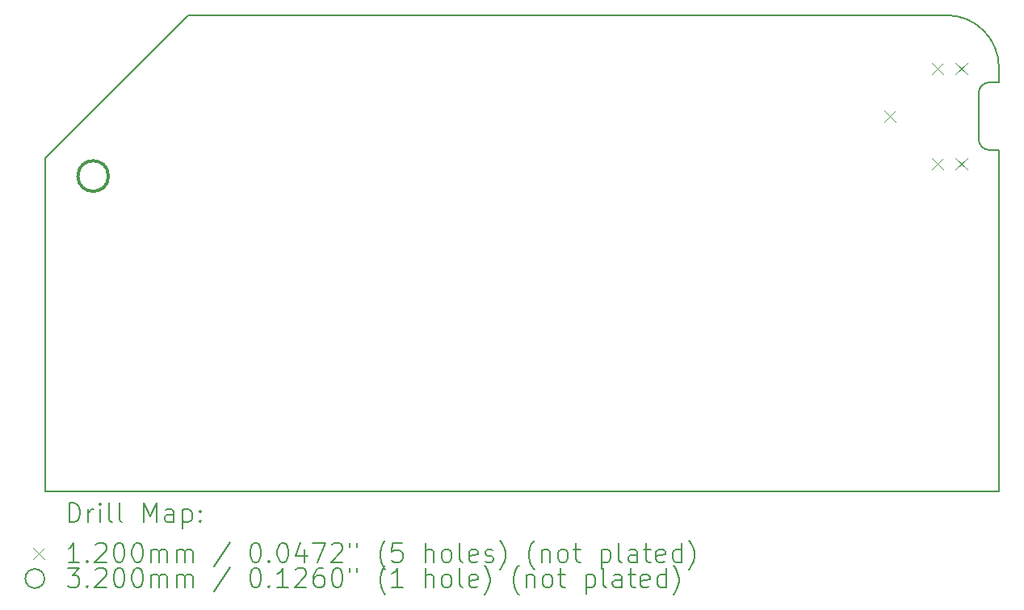
<source format=gbr>
%TF.GenerationSoftware,KiCad,Pcbnew,9.0.1+1*%
%TF.CreationDate,2025-10-01T23:06:09+00:00*%
%TF.ProjectId,rcbus-opl3,72636275-732d-46f7-906c-332e6b696361,@version@*%
%TF.SameCoordinates,Original*%
%TF.FileFunction,Drillmap*%
%TF.FilePolarity,Positive*%
%FSLAX45Y45*%
G04 Gerber Fmt 4.5, Leading zero omitted, Abs format (unit mm)*
G04 Created by KiCad (PCBNEW 9.0.1+1) date 2025-10-01 23:06:09*
%MOMM*%
%LPD*%
G01*
G04 APERTURE LIST*
%ADD10C,0.150000*%
%ADD11C,0.200000*%
%ADD12C,0.120000*%
%ADD13C,0.320000*%
G04 APERTURE END LIST*
D10*
X15836900Y-12268200D02*
X15836900Y-12750800D01*
X16050000Y-12153900D02*
X16050000Y-12000000D01*
X15500000Y-11450000D02*
X7550000Y-11450000D01*
X15500000Y-11450000D02*
G75*
G02*
X16050000Y-12000000I0J-550000D01*
G01*
X16050000Y-12153900D02*
X15951200Y-12153900D01*
X16050000Y-12865100D02*
X15951200Y-12865100D01*
X6050000Y-12950000D02*
X7550000Y-11450000D01*
X6050000Y-12950000D02*
X6050000Y-16450000D01*
X15951200Y-12865100D02*
G75*
G02*
X15836900Y-12750800I0J114300D01*
G01*
X16050000Y-16450000D02*
X16050000Y-12865100D01*
X6050000Y-16450000D02*
X16050000Y-16450000D01*
X15836900Y-12268200D02*
G75*
G02*
X15951200Y-12153900I114300J0D01*
G01*
D11*
D12*
X14846900Y-12449500D02*
X14966900Y-12569500D01*
X14966900Y-12449500D02*
X14846900Y-12569500D01*
X15346900Y-11949500D02*
X15466900Y-12069500D01*
X15466900Y-11949500D02*
X15346900Y-12069500D01*
X15346900Y-12949500D02*
X15466900Y-13069500D01*
X15466900Y-12949500D02*
X15346900Y-13069500D01*
X15596900Y-11949500D02*
X15716900Y-12069500D01*
X15716900Y-11949500D02*
X15596900Y-12069500D01*
X15596900Y-12949500D02*
X15716900Y-13069500D01*
X15716900Y-12949500D02*
X15596900Y-13069500D01*
D13*
X6713200Y-13138200D02*
G75*
G02*
X6393200Y-13138200I-160000J0D01*
G01*
X6393200Y-13138200D02*
G75*
G02*
X6713200Y-13138200I160000J0D01*
G01*
D11*
X6303277Y-16768984D02*
X6303277Y-16568984D01*
X6303277Y-16568984D02*
X6350896Y-16568984D01*
X6350896Y-16568984D02*
X6379467Y-16578508D01*
X6379467Y-16578508D02*
X6398515Y-16597555D01*
X6398515Y-16597555D02*
X6408039Y-16616603D01*
X6408039Y-16616603D02*
X6417562Y-16654698D01*
X6417562Y-16654698D02*
X6417562Y-16683269D01*
X6417562Y-16683269D02*
X6408039Y-16721365D01*
X6408039Y-16721365D02*
X6398515Y-16740412D01*
X6398515Y-16740412D02*
X6379467Y-16759460D01*
X6379467Y-16759460D02*
X6350896Y-16768984D01*
X6350896Y-16768984D02*
X6303277Y-16768984D01*
X6503277Y-16768984D02*
X6503277Y-16635650D01*
X6503277Y-16673746D02*
X6512801Y-16654698D01*
X6512801Y-16654698D02*
X6522324Y-16645174D01*
X6522324Y-16645174D02*
X6541372Y-16635650D01*
X6541372Y-16635650D02*
X6560420Y-16635650D01*
X6627086Y-16768984D02*
X6627086Y-16635650D01*
X6627086Y-16568984D02*
X6617562Y-16578508D01*
X6617562Y-16578508D02*
X6627086Y-16588031D01*
X6627086Y-16588031D02*
X6636610Y-16578508D01*
X6636610Y-16578508D02*
X6627086Y-16568984D01*
X6627086Y-16568984D02*
X6627086Y-16588031D01*
X6750896Y-16768984D02*
X6731848Y-16759460D01*
X6731848Y-16759460D02*
X6722324Y-16740412D01*
X6722324Y-16740412D02*
X6722324Y-16568984D01*
X6855658Y-16768984D02*
X6836610Y-16759460D01*
X6836610Y-16759460D02*
X6827086Y-16740412D01*
X6827086Y-16740412D02*
X6827086Y-16568984D01*
X7084229Y-16768984D02*
X7084229Y-16568984D01*
X7084229Y-16568984D02*
X7150896Y-16711841D01*
X7150896Y-16711841D02*
X7217562Y-16568984D01*
X7217562Y-16568984D02*
X7217562Y-16768984D01*
X7398515Y-16768984D02*
X7398515Y-16664222D01*
X7398515Y-16664222D02*
X7388991Y-16645174D01*
X7388991Y-16645174D02*
X7369943Y-16635650D01*
X7369943Y-16635650D02*
X7331848Y-16635650D01*
X7331848Y-16635650D02*
X7312801Y-16645174D01*
X7398515Y-16759460D02*
X7379467Y-16768984D01*
X7379467Y-16768984D02*
X7331848Y-16768984D01*
X7331848Y-16768984D02*
X7312801Y-16759460D01*
X7312801Y-16759460D02*
X7303277Y-16740412D01*
X7303277Y-16740412D02*
X7303277Y-16721365D01*
X7303277Y-16721365D02*
X7312801Y-16702317D01*
X7312801Y-16702317D02*
X7331848Y-16692793D01*
X7331848Y-16692793D02*
X7379467Y-16692793D01*
X7379467Y-16692793D02*
X7398515Y-16683269D01*
X7493753Y-16635650D02*
X7493753Y-16835650D01*
X7493753Y-16645174D02*
X7512801Y-16635650D01*
X7512801Y-16635650D02*
X7550896Y-16635650D01*
X7550896Y-16635650D02*
X7569943Y-16645174D01*
X7569943Y-16645174D02*
X7579467Y-16654698D01*
X7579467Y-16654698D02*
X7588991Y-16673746D01*
X7588991Y-16673746D02*
X7588991Y-16730888D01*
X7588991Y-16730888D02*
X7579467Y-16749936D01*
X7579467Y-16749936D02*
X7569943Y-16759460D01*
X7569943Y-16759460D02*
X7550896Y-16768984D01*
X7550896Y-16768984D02*
X7512801Y-16768984D01*
X7512801Y-16768984D02*
X7493753Y-16759460D01*
X7674705Y-16749936D02*
X7684229Y-16759460D01*
X7684229Y-16759460D02*
X7674705Y-16768984D01*
X7674705Y-16768984D02*
X7665182Y-16759460D01*
X7665182Y-16759460D02*
X7674705Y-16749936D01*
X7674705Y-16749936D02*
X7674705Y-16768984D01*
X7674705Y-16645174D02*
X7684229Y-16654698D01*
X7684229Y-16654698D02*
X7674705Y-16664222D01*
X7674705Y-16664222D02*
X7665182Y-16654698D01*
X7665182Y-16654698D02*
X7674705Y-16645174D01*
X7674705Y-16645174D02*
X7674705Y-16664222D01*
D12*
X5922500Y-17037500D02*
X6042500Y-17157500D01*
X6042500Y-17037500D02*
X5922500Y-17157500D01*
D11*
X6408039Y-17188984D02*
X6293753Y-17188984D01*
X6350896Y-17188984D02*
X6350896Y-16988984D01*
X6350896Y-16988984D02*
X6331848Y-17017555D01*
X6331848Y-17017555D02*
X6312801Y-17036603D01*
X6312801Y-17036603D02*
X6293753Y-17046127D01*
X6493753Y-17169936D02*
X6503277Y-17179460D01*
X6503277Y-17179460D02*
X6493753Y-17188984D01*
X6493753Y-17188984D02*
X6484229Y-17179460D01*
X6484229Y-17179460D02*
X6493753Y-17169936D01*
X6493753Y-17169936D02*
X6493753Y-17188984D01*
X6579467Y-17008031D02*
X6588991Y-16998508D01*
X6588991Y-16998508D02*
X6608039Y-16988984D01*
X6608039Y-16988984D02*
X6655658Y-16988984D01*
X6655658Y-16988984D02*
X6674705Y-16998508D01*
X6674705Y-16998508D02*
X6684229Y-17008031D01*
X6684229Y-17008031D02*
X6693753Y-17027079D01*
X6693753Y-17027079D02*
X6693753Y-17046127D01*
X6693753Y-17046127D02*
X6684229Y-17074698D01*
X6684229Y-17074698D02*
X6569943Y-17188984D01*
X6569943Y-17188984D02*
X6693753Y-17188984D01*
X6817562Y-16988984D02*
X6836610Y-16988984D01*
X6836610Y-16988984D02*
X6855658Y-16998508D01*
X6855658Y-16998508D02*
X6865182Y-17008031D01*
X6865182Y-17008031D02*
X6874705Y-17027079D01*
X6874705Y-17027079D02*
X6884229Y-17065174D01*
X6884229Y-17065174D02*
X6884229Y-17112793D01*
X6884229Y-17112793D02*
X6874705Y-17150889D01*
X6874705Y-17150889D02*
X6865182Y-17169936D01*
X6865182Y-17169936D02*
X6855658Y-17179460D01*
X6855658Y-17179460D02*
X6836610Y-17188984D01*
X6836610Y-17188984D02*
X6817562Y-17188984D01*
X6817562Y-17188984D02*
X6798515Y-17179460D01*
X6798515Y-17179460D02*
X6788991Y-17169936D01*
X6788991Y-17169936D02*
X6779467Y-17150889D01*
X6779467Y-17150889D02*
X6769943Y-17112793D01*
X6769943Y-17112793D02*
X6769943Y-17065174D01*
X6769943Y-17065174D02*
X6779467Y-17027079D01*
X6779467Y-17027079D02*
X6788991Y-17008031D01*
X6788991Y-17008031D02*
X6798515Y-16998508D01*
X6798515Y-16998508D02*
X6817562Y-16988984D01*
X7008039Y-16988984D02*
X7027086Y-16988984D01*
X7027086Y-16988984D02*
X7046134Y-16998508D01*
X7046134Y-16998508D02*
X7055658Y-17008031D01*
X7055658Y-17008031D02*
X7065182Y-17027079D01*
X7065182Y-17027079D02*
X7074705Y-17065174D01*
X7074705Y-17065174D02*
X7074705Y-17112793D01*
X7074705Y-17112793D02*
X7065182Y-17150889D01*
X7065182Y-17150889D02*
X7055658Y-17169936D01*
X7055658Y-17169936D02*
X7046134Y-17179460D01*
X7046134Y-17179460D02*
X7027086Y-17188984D01*
X7027086Y-17188984D02*
X7008039Y-17188984D01*
X7008039Y-17188984D02*
X6988991Y-17179460D01*
X6988991Y-17179460D02*
X6979467Y-17169936D01*
X6979467Y-17169936D02*
X6969943Y-17150889D01*
X6969943Y-17150889D02*
X6960420Y-17112793D01*
X6960420Y-17112793D02*
X6960420Y-17065174D01*
X6960420Y-17065174D02*
X6969943Y-17027079D01*
X6969943Y-17027079D02*
X6979467Y-17008031D01*
X6979467Y-17008031D02*
X6988991Y-16998508D01*
X6988991Y-16998508D02*
X7008039Y-16988984D01*
X7160420Y-17188984D02*
X7160420Y-17055650D01*
X7160420Y-17074698D02*
X7169943Y-17065174D01*
X7169943Y-17065174D02*
X7188991Y-17055650D01*
X7188991Y-17055650D02*
X7217563Y-17055650D01*
X7217563Y-17055650D02*
X7236610Y-17065174D01*
X7236610Y-17065174D02*
X7246134Y-17084222D01*
X7246134Y-17084222D02*
X7246134Y-17188984D01*
X7246134Y-17084222D02*
X7255658Y-17065174D01*
X7255658Y-17065174D02*
X7274705Y-17055650D01*
X7274705Y-17055650D02*
X7303277Y-17055650D01*
X7303277Y-17055650D02*
X7322324Y-17065174D01*
X7322324Y-17065174D02*
X7331848Y-17084222D01*
X7331848Y-17084222D02*
X7331848Y-17188984D01*
X7427086Y-17188984D02*
X7427086Y-17055650D01*
X7427086Y-17074698D02*
X7436610Y-17065174D01*
X7436610Y-17065174D02*
X7455658Y-17055650D01*
X7455658Y-17055650D02*
X7484229Y-17055650D01*
X7484229Y-17055650D02*
X7503277Y-17065174D01*
X7503277Y-17065174D02*
X7512801Y-17084222D01*
X7512801Y-17084222D02*
X7512801Y-17188984D01*
X7512801Y-17084222D02*
X7522324Y-17065174D01*
X7522324Y-17065174D02*
X7541372Y-17055650D01*
X7541372Y-17055650D02*
X7569943Y-17055650D01*
X7569943Y-17055650D02*
X7588991Y-17065174D01*
X7588991Y-17065174D02*
X7598515Y-17084222D01*
X7598515Y-17084222D02*
X7598515Y-17188984D01*
X7988991Y-16979460D02*
X7817563Y-17236603D01*
X8246134Y-16988984D02*
X8265182Y-16988984D01*
X8265182Y-16988984D02*
X8284229Y-16998508D01*
X8284229Y-16998508D02*
X8293753Y-17008031D01*
X8293753Y-17008031D02*
X8303277Y-17027079D01*
X8303277Y-17027079D02*
X8312801Y-17065174D01*
X8312801Y-17065174D02*
X8312801Y-17112793D01*
X8312801Y-17112793D02*
X8303277Y-17150889D01*
X8303277Y-17150889D02*
X8293753Y-17169936D01*
X8293753Y-17169936D02*
X8284229Y-17179460D01*
X8284229Y-17179460D02*
X8265182Y-17188984D01*
X8265182Y-17188984D02*
X8246134Y-17188984D01*
X8246134Y-17188984D02*
X8227086Y-17179460D01*
X8227086Y-17179460D02*
X8217563Y-17169936D01*
X8217563Y-17169936D02*
X8208039Y-17150889D01*
X8208039Y-17150889D02*
X8198515Y-17112793D01*
X8198515Y-17112793D02*
X8198515Y-17065174D01*
X8198515Y-17065174D02*
X8208039Y-17027079D01*
X8208039Y-17027079D02*
X8217563Y-17008031D01*
X8217563Y-17008031D02*
X8227086Y-16998508D01*
X8227086Y-16998508D02*
X8246134Y-16988984D01*
X8398515Y-17169936D02*
X8408039Y-17179460D01*
X8408039Y-17179460D02*
X8398515Y-17188984D01*
X8398515Y-17188984D02*
X8388991Y-17179460D01*
X8388991Y-17179460D02*
X8398515Y-17169936D01*
X8398515Y-17169936D02*
X8398515Y-17188984D01*
X8531848Y-16988984D02*
X8550896Y-16988984D01*
X8550896Y-16988984D02*
X8569944Y-16998508D01*
X8569944Y-16998508D02*
X8579468Y-17008031D01*
X8579468Y-17008031D02*
X8588991Y-17027079D01*
X8588991Y-17027079D02*
X8598515Y-17065174D01*
X8598515Y-17065174D02*
X8598515Y-17112793D01*
X8598515Y-17112793D02*
X8588991Y-17150889D01*
X8588991Y-17150889D02*
X8579468Y-17169936D01*
X8579468Y-17169936D02*
X8569944Y-17179460D01*
X8569944Y-17179460D02*
X8550896Y-17188984D01*
X8550896Y-17188984D02*
X8531848Y-17188984D01*
X8531848Y-17188984D02*
X8512801Y-17179460D01*
X8512801Y-17179460D02*
X8503277Y-17169936D01*
X8503277Y-17169936D02*
X8493753Y-17150889D01*
X8493753Y-17150889D02*
X8484229Y-17112793D01*
X8484229Y-17112793D02*
X8484229Y-17065174D01*
X8484229Y-17065174D02*
X8493753Y-17027079D01*
X8493753Y-17027079D02*
X8503277Y-17008031D01*
X8503277Y-17008031D02*
X8512801Y-16998508D01*
X8512801Y-16998508D02*
X8531848Y-16988984D01*
X8769944Y-17055650D02*
X8769944Y-17188984D01*
X8722325Y-16979460D02*
X8674706Y-17122317D01*
X8674706Y-17122317D02*
X8798515Y-17122317D01*
X8855658Y-16988984D02*
X8988991Y-16988984D01*
X8988991Y-16988984D02*
X8903277Y-17188984D01*
X9055658Y-17008031D02*
X9065182Y-16998508D01*
X9065182Y-16998508D02*
X9084229Y-16988984D01*
X9084229Y-16988984D02*
X9131849Y-16988984D01*
X9131849Y-16988984D02*
X9150896Y-16998508D01*
X9150896Y-16998508D02*
X9160420Y-17008031D01*
X9160420Y-17008031D02*
X9169944Y-17027079D01*
X9169944Y-17027079D02*
X9169944Y-17046127D01*
X9169944Y-17046127D02*
X9160420Y-17074698D01*
X9160420Y-17074698D02*
X9046134Y-17188984D01*
X9046134Y-17188984D02*
X9169944Y-17188984D01*
X9246134Y-16988984D02*
X9246134Y-17027079D01*
X9322325Y-16988984D02*
X9322325Y-17027079D01*
X9617563Y-17265174D02*
X9608039Y-17255650D01*
X9608039Y-17255650D02*
X9588991Y-17227079D01*
X9588991Y-17227079D02*
X9579468Y-17208031D01*
X9579468Y-17208031D02*
X9569944Y-17179460D01*
X9569944Y-17179460D02*
X9560420Y-17131841D01*
X9560420Y-17131841D02*
X9560420Y-17093746D01*
X9560420Y-17093746D02*
X9569944Y-17046127D01*
X9569944Y-17046127D02*
X9579468Y-17017555D01*
X9579468Y-17017555D02*
X9588991Y-16998508D01*
X9588991Y-16998508D02*
X9608039Y-16969936D01*
X9608039Y-16969936D02*
X9617563Y-16960412D01*
X9788991Y-16988984D02*
X9693753Y-16988984D01*
X9693753Y-16988984D02*
X9684230Y-17084222D01*
X9684230Y-17084222D02*
X9693753Y-17074698D01*
X9693753Y-17074698D02*
X9712801Y-17065174D01*
X9712801Y-17065174D02*
X9760420Y-17065174D01*
X9760420Y-17065174D02*
X9779468Y-17074698D01*
X9779468Y-17074698D02*
X9788991Y-17084222D01*
X9788991Y-17084222D02*
X9798515Y-17103270D01*
X9798515Y-17103270D02*
X9798515Y-17150889D01*
X9798515Y-17150889D02*
X9788991Y-17169936D01*
X9788991Y-17169936D02*
X9779468Y-17179460D01*
X9779468Y-17179460D02*
X9760420Y-17188984D01*
X9760420Y-17188984D02*
X9712801Y-17188984D01*
X9712801Y-17188984D02*
X9693753Y-17179460D01*
X9693753Y-17179460D02*
X9684230Y-17169936D01*
X10036611Y-17188984D02*
X10036611Y-16988984D01*
X10122325Y-17188984D02*
X10122325Y-17084222D01*
X10122325Y-17084222D02*
X10112801Y-17065174D01*
X10112801Y-17065174D02*
X10093753Y-17055650D01*
X10093753Y-17055650D02*
X10065182Y-17055650D01*
X10065182Y-17055650D02*
X10046134Y-17065174D01*
X10046134Y-17065174D02*
X10036611Y-17074698D01*
X10246134Y-17188984D02*
X10227087Y-17179460D01*
X10227087Y-17179460D02*
X10217563Y-17169936D01*
X10217563Y-17169936D02*
X10208039Y-17150889D01*
X10208039Y-17150889D02*
X10208039Y-17093746D01*
X10208039Y-17093746D02*
X10217563Y-17074698D01*
X10217563Y-17074698D02*
X10227087Y-17065174D01*
X10227087Y-17065174D02*
X10246134Y-17055650D01*
X10246134Y-17055650D02*
X10274706Y-17055650D01*
X10274706Y-17055650D02*
X10293753Y-17065174D01*
X10293753Y-17065174D02*
X10303277Y-17074698D01*
X10303277Y-17074698D02*
X10312801Y-17093746D01*
X10312801Y-17093746D02*
X10312801Y-17150889D01*
X10312801Y-17150889D02*
X10303277Y-17169936D01*
X10303277Y-17169936D02*
X10293753Y-17179460D01*
X10293753Y-17179460D02*
X10274706Y-17188984D01*
X10274706Y-17188984D02*
X10246134Y-17188984D01*
X10427087Y-17188984D02*
X10408039Y-17179460D01*
X10408039Y-17179460D02*
X10398515Y-17160412D01*
X10398515Y-17160412D02*
X10398515Y-16988984D01*
X10579468Y-17179460D02*
X10560420Y-17188984D01*
X10560420Y-17188984D02*
X10522325Y-17188984D01*
X10522325Y-17188984D02*
X10503277Y-17179460D01*
X10503277Y-17179460D02*
X10493753Y-17160412D01*
X10493753Y-17160412D02*
X10493753Y-17084222D01*
X10493753Y-17084222D02*
X10503277Y-17065174D01*
X10503277Y-17065174D02*
X10522325Y-17055650D01*
X10522325Y-17055650D02*
X10560420Y-17055650D01*
X10560420Y-17055650D02*
X10579468Y-17065174D01*
X10579468Y-17065174D02*
X10588992Y-17084222D01*
X10588992Y-17084222D02*
X10588992Y-17103270D01*
X10588992Y-17103270D02*
X10493753Y-17122317D01*
X10665182Y-17179460D02*
X10684230Y-17188984D01*
X10684230Y-17188984D02*
X10722325Y-17188984D01*
X10722325Y-17188984D02*
X10741373Y-17179460D01*
X10741373Y-17179460D02*
X10750896Y-17160412D01*
X10750896Y-17160412D02*
X10750896Y-17150889D01*
X10750896Y-17150889D02*
X10741373Y-17131841D01*
X10741373Y-17131841D02*
X10722325Y-17122317D01*
X10722325Y-17122317D02*
X10693753Y-17122317D01*
X10693753Y-17122317D02*
X10674706Y-17112793D01*
X10674706Y-17112793D02*
X10665182Y-17093746D01*
X10665182Y-17093746D02*
X10665182Y-17084222D01*
X10665182Y-17084222D02*
X10674706Y-17065174D01*
X10674706Y-17065174D02*
X10693753Y-17055650D01*
X10693753Y-17055650D02*
X10722325Y-17055650D01*
X10722325Y-17055650D02*
X10741373Y-17065174D01*
X10817563Y-17265174D02*
X10827087Y-17255650D01*
X10827087Y-17255650D02*
X10846134Y-17227079D01*
X10846134Y-17227079D02*
X10855658Y-17208031D01*
X10855658Y-17208031D02*
X10865182Y-17179460D01*
X10865182Y-17179460D02*
X10874706Y-17131841D01*
X10874706Y-17131841D02*
X10874706Y-17093746D01*
X10874706Y-17093746D02*
X10865182Y-17046127D01*
X10865182Y-17046127D02*
X10855658Y-17017555D01*
X10855658Y-17017555D02*
X10846134Y-16998508D01*
X10846134Y-16998508D02*
X10827087Y-16969936D01*
X10827087Y-16969936D02*
X10817563Y-16960412D01*
X11179468Y-17265174D02*
X11169944Y-17255650D01*
X11169944Y-17255650D02*
X11150896Y-17227079D01*
X11150896Y-17227079D02*
X11141373Y-17208031D01*
X11141373Y-17208031D02*
X11131849Y-17179460D01*
X11131849Y-17179460D02*
X11122325Y-17131841D01*
X11122325Y-17131841D02*
X11122325Y-17093746D01*
X11122325Y-17093746D02*
X11131849Y-17046127D01*
X11131849Y-17046127D02*
X11141373Y-17017555D01*
X11141373Y-17017555D02*
X11150896Y-16998508D01*
X11150896Y-16998508D02*
X11169944Y-16969936D01*
X11169944Y-16969936D02*
X11179468Y-16960412D01*
X11255658Y-17055650D02*
X11255658Y-17188984D01*
X11255658Y-17074698D02*
X11265182Y-17065174D01*
X11265182Y-17065174D02*
X11284230Y-17055650D01*
X11284230Y-17055650D02*
X11312801Y-17055650D01*
X11312801Y-17055650D02*
X11331849Y-17065174D01*
X11331849Y-17065174D02*
X11341372Y-17084222D01*
X11341372Y-17084222D02*
X11341372Y-17188984D01*
X11465182Y-17188984D02*
X11446134Y-17179460D01*
X11446134Y-17179460D02*
X11436611Y-17169936D01*
X11436611Y-17169936D02*
X11427087Y-17150889D01*
X11427087Y-17150889D02*
X11427087Y-17093746D01*
X11427087Y-17093746D02*
X11436611Y-17074698D01*
X11436611Y-17074698D02*
X11446134Y-17065174D01*
X11446134Y-17065174D02*
X11465182Y-17055650D01*
X11465182Y-17055650D02*
X11493753Y-17055650D01*
X11493753Y-17055650D02*
X11512801Y-17065174D01*
X11512801Y-17065174D02*
X11522325Y-17074698D01*
X11522325Y-17074698D02*
X11531849Y-17093746D01*
X11531849Y-17093746D02*
X11531849Y-17150889D01*
X11531849Y-17150889D02*
X11522325Y-17169936D01*
X11522325Y-17169936D02*
X11512801Y-17179460D01*
X11512801Y-17179460D02*
X11493753Y-17188984D01*
X11493753Y-17188984D02*
X11465182Y-17188984D01*
X11588992Y-17055650D02*
X11665182Y-17055650D01*
X11617563Y-16988984D02*
X11617563Y-17160412D01*
X11617563Y-17160412D02*
X11627087Y-17179460D01*
X11627087Y-17179460D02*
X11646134Y-17188984D01*
X11646134Y-17188984D02*
X11665182Y-17188984D01*
X11884230Y-17055650D02*
X11884230Y-17255650D01*
X11884230Y-17065174D02*
X11903277Y-17055650D01*
X11903277Y-17055650D02*
X11941373Y-17055650D01*
X11941373Y-17055650D02*
X11960420Y-17065174D01*
X11960420Y-17065174D02*
X11969944Y-17074698D01*
X11969944Y-17074698D02*
X11979468Y-17093746D01*
X11979468Y-17093746D02*
X11979468Y-17150889D01*
X11979468Y-17150889D02*
X11969944Y-17169936D01*
X11969944Y-17169936D02*
X11960420Y-17179460D01*
X11960420Y-17179460D02*
X11941373Y-17188984D01*
X11941373Y-17188984D02*
X11903277Y-17188984D01*
X11903277Y-17188984D02*
X11884230Y-17179460D01*
X12093753Y-17188984D02*
X12074706Y-17179460D01*
X12074706Y-17179460D02*
X12065182Y-17160412D01*
X12065182Y-17160412D02*
X12065182Y-16988984D01*
X12255658Y-17188984D02*
X12255658Y-17084222D01*
X12255658Y-17084222D02*
X12246134Y-17065174D01*
X12246134Y-17065174D02*
X12227087Y-17055650D01*
X12227087Y-17055650D02*
X12188992Y-17055650D01*
X12188992Y-17055650D02*
X12169944Y-17065174D01*
X12255658Y-17179460D02*
X12236611Y-17188984D01*
X12236611Y-17188984D02*
X12188992Y-17188984D01*
X12188992Y-17188984D02*
X12169944Y-17179460D01*
X12169944Y-17179460D02*
X12160420Y-17160412D01*
X12160420Y-17160412D02*
X12160420Y-17141365D01*
X12160420Y-17141365D02*
X12169944Y-17122317D01*
X12169944Y-17122317D02*
X12188992Y-17112793D01*
X12188992Y-17112793D02*
X12236611Y-17112793D01*
X12236611Y-17112793D02*
X12255658Y-17103270D01*
X12322325Y-17055650D02*
X12398515Y-17055650D01*
X12350896Y-16988984D02*
X12350896Y-17160412D01*
X12350896Y-17160412D02*
X12360420Y-17179460D01*
X12360420Y-17179460D02*
X12379468Y-17188984D01*
X12379468Y-17188984D02*
X12398515Y-17188984D01*
X12541373Y-17179460D02*
X12522325Y-17188984D01*
X12522325Y-17188984D02*
X12484230Y-17188984D01*
X12484230Y-17188984D02*
X12465182Y-17179460D01*
X12465182Y-17179460D02*
X12455658Y-17160412D01*
X12455658Y-17160412D02*
X12455658Y-17084222D01*
X12455658Y-17084222D02*
X12465182Y-17065174D01*
X12465182Y-17065174D02*
X12484230Y-17055650D01*
X12484230Y-17055650D02*
X12522325Y-17055650D01*
X12522325Y-17055650D02*
X12541373Y-17065174D01*
X12541373Y-17065174D02*
X12550896Y-17084222D01*
X12550896Y-17084222D02*
X12550896Y-17103270D01*
X12550896Y-17103270D02*
X12455658Y-17122317D01*
X12722325Y-17188984D02*
X12722325Y-16988984D01*
X12722325Y-17179460D02*
X12703277Y-17188984D01*
X12703277Y-17188984D02*
X12665182Y-17188984D01*
X12665182Y-17188984D02*
X12646134Y-17179460D01*
X12646134Y-17179460D02*
X12636611Y-17169936D01*
X12636611Y-17169936D02*
X12627087Y-17150889D01*
X12627087Y-17150889D02*
X12627087Y-17093746D01*
X12627087Y-17093746D02*
X12636611Y-17074698D01*
X12636611Y-17074698D02*
X12646134Y-17065174D01*
X12646134Y-17065174D02*
X12665182Y-17055650D01*
X12665182Y-17055650D02*
X12703277Y-17055650D01*
X12703277Y-17055650D02*
X12722325Y-17065174D01*
X12798515Y-17265174D02*
X12808039Y-17255650D01*
X12808039Y-17255650D02*
X12827087Y-17227079D01*
X12827087Y-17227079D02*
X12836611Y-17208031D01*
X12836611Y-17208031D02*
X12846134Y-17179460D01*
X12846134Y-17179460D02*
X12855658Y-17131841D01*
X12855658Y-17131841D02*
X12855658Y-17093746D01*
X12855658Y-17093746D02*
X12846134Y-17046127D01*
X12846134Y-17046127D02*
X12836611Y-17017555D01*
X12836611Y-17017555D02*
X12827087Y-16998508D01*
X12827087Y-16998508D02*
X12808039Y-16969936D01*
X12808039Y-16969936D02*
X12798515Y-16960412D01*
X6042500Y-17361500D02*
G75*
G02*
X5842500Y-17361500I-100000J0D01*
G01*
X5842500Y-17361500D02*
G75*
G02*
X6042500Y-17361500I100000J0D01*
G01*
X6284229Y-17252984D02*
X6408039Y-17252984D01*
X6408039Y-17252984D02*
X6341372Y-17329174D01*
X6341372Y-17329174D02*
X6369943Y-17329174D01*
X6369943Y-17329174D02*
X6388991Y-17338698D01*
X6388991Y-17338698D02*
X6398515Y-17348222D01*
X6398515Y-17348222D02*
X6408039Y-17367270D01*
X6408039Y-17367270D02*
X6408039Y-17414889D01*
X6408039Y-17414889D02*
X6398515Y-17433936D01*
X6398515Y-17433936D02*
X6388991Y-17443460D01*
X6388991Y-17443460D02*
X6369943Y-17452984D01*
X6369943Y-17452984D02*
X6312801Y-17452984D01*
X6312801Y-17452984D02*
X6293753Y-17443460D01*
X6293753Y-17443460D02*
X6284229Y-17433936D01*
X6493753Y-17433936D02*
X6503277Y-17443460D01*
X6503277Y-17443460D02*
X6493753Y-17452984D01*
X6493753Y-17452984D02*
X6484229Y-17443460D01*
X6484229Y-17443460D02*
X6493753Y-17433936D01*
X6493753Y-17433936D02*
X6493753Y-17452984D01*
X6579467Y-17272031D02*
X6588991Y-17262508D01*
X6588991Y-17262508D02*
X6608039Y-17252984D01*
X6608039Y-17252984D02*
X6655658Y-17252984D01*
X6655658Y-17252984D02*
X6674705Y-17262508D01*
X6674705Y-17262508D02*
X6684229Y-17272031D01*
X6684229Y-17272031D02*
X6693753Y-17291079D01*
X6693753Y-17291079D02*
X6693753Y-17310127D01*
X6693753Y-17310127D02*
X6684229Y-17338698D01*
X6684229Y-17338698D02*
X6569943Y-17452984D01*
X6569943Y-17452984D02*
X6693753Y-17452984D01*
X6817562Y-17252984D02*
X6836610Y-17252984D01*
X6836610Y-17252984D02*
X6855658Y-17262508D01*
X6855658Y-17262508D02*
X6865182Y-17272031D01*
X6865182Y-17272031D02*
X6874705Y-17291079D01*
X6874705Y-17291079D02*
X6884229Y-17329174D01*
X6884229Y-17329174D02*
X6884229Y-17376793D01*
X6884229Y-17376793D02*
X6874705Y-17414889D01*
X6874705Y-17414889D02*
X6865182Y-17433936D01*
X6865182Y-17433936D02*
X6855658Y-17443460D01*
X6855658Y-17443460D02*
X6836610Y-17452984D01*
X6836610Y-17452984D02*
X6817562Y-17452984D01*
X6817562Y-17452984D02*
X6798515Y-17443460D01*
X6798515Y-17443460D02*
X6788991Y-17433936D01*
X6788991Y-17433936D02*
X6779467Y-17414889D01*
X6779467Y-17414889D02*
X6769943Y-17376793D01*
X6769943Y-17376793D02*
X6769943Y-17329174D01*
X6769943Y-17329174D02*
X6779467Y-17291079D01*
X6779467Y-17291079D02*
X6788991Y-17272031D01*
X6788991Y-17272031D02*
X6798515Y-17262508D01*
X6798515Y-17262508D02*
X6817562Y-17252984D01*
X7008039Y-17252984D02*
X7027086Y-17252984D01*
X7027086Y-17252984D02*
X7046134Y-17262508D01*
X7046134Y-17262508D02*
X7055658Y-17272031D01*
X7055658Y-17272031D02*
X7065182Y-17291079D01*
X7065182Y-17291079D02*
X7074705Y-17329174D01*
X7074705Y-17329174D02*
X7074705Y-17376793D01*
X7074705Y-17376793D02*
X7065182Y-17414889D01*
X7065182Y-17414889D02*
X7055658Y-17433936D01*
X7055658Y-17433936D02*
X7046134Y-17443460D01*
X7046134Y-17443460D02*
X7027086Y-17452984D01*
X7027086Y-17452984D02*
X7008039Y-17452984D01*
X7008039Y-17452984D02*
X6988991Y-17443460D01*
X6988991Y-17443460D02*
X6979467Y-17433936D01*
X6979467Y-17433936D02*
X6969943Y-17414889D01*
X6969943Y-17414889D02*
X6960420Y-17376793D01*
X6960420Y-17376793D02*
X6960420Y-17329174D01*
X6960420Y-17329174D02*
X6969943Y-17291079D01*
X6969943Y-17291079D02*
X6979467Y-17272031D01*
X6979467Y-17272031D02*
X6988991Y-17262508D01*
X6988991Y-17262508D02*
X7008039Y-17252984D01*
X7160420Y-17452984D02*
X7160420Y-17319650D01*
X7160420Y-17338698D02*
X7169943Y-17329174D01*
X7169943Y-17329174D02*
X7188991Y-17319650D01*
X7188991Y-17319650D02*
X7217563Y-17319650D01*
X7217563Y-17319650D02*
X7236610Y-17329174D01*
X7236610Y-17329174D02*
X7246134Y-17348222D01*
X7246134Y-17348222D02*
X7246134Y-17452984D01*
X7246134Y-17348222D02*
X7255658Y-17329174D01*
X7255658Y-17329174D02*
X7274705Y-17319650D01*
X7274705Y-17319650D02*
X7303277Y-17319650D01*
X7303277Y-17319650D02*
X7322324Y-17329174D01*
X7322324Y-17329174D02*
X7331848Y-17348222D01*
X7331848Y-17348222D02*
X7331848Y-17452984D01*
X7427086Y-17452984D02*
X7427086Y-17319650D01*
X7427086Y-17338698D02*
X7436610Y-17329174D01*
X7436610Y-17329174D02*
X7455658Y-17319650D01*
X7455658Y-17319650D02*
X7484229Y-17319650D01*
X7484229Y-17319650D02*
X7503277Y-17329174D01*
X7503277Y-17329174D02*
X7512801Y-17348222D01*
X7512801Y-17348222D02*
X7512801Y-17452984D01*
X7512801Y-17348222D02*
X7522324Y-17329174D01*
X7522324Y-17329174D02*
X7541372Y-17319650D01*
X7541372Y-17319650D02*
X7569943Y-17319650D01*
X7569943Y-17319650D02*
X7588991Y-17329174D01*
X7588991Y-17329174D02*
X7598515Y-17348222D01*
X7598515Y-17348222D02*
X7598515Y-17452984D01*
X7988991Y-17243460D02*
X7817563Y-17500603D01*
X8246134Y-17252984D02*
X8265182Y-17252984D01*
X8265182Y-17252984D02*
X8284229Y-17262508D01*
X8284229Y-17262508D02*
X8293753Y-17272031D01*
X8293753Y-17272031D02*
X8303277Y-17291079D01*
X8303277Y-17291079D02*
X8312801Y-17329174D01*
X8312801Y-17329174D02*
X8312801Y-17376793D01*
X8312801Y-17376793D02*
X8303277Y-17414889D01*
X8303277Y-17414889D02*
X8293753Y-17433936D01*
X8293753Y-17433936D02*
X8284229Y-17443460D01*
X8284229Y-17443460D02*
X8265182Y-17452984D01*
X8265182Y-17452984D02*
X8246134Y-17452984D01*
X8246134Y-17452984D02*
X8227086Y-17443460D01*
X8227086Y-17443460D02*
X8217563Y-17433936D01*
X8217563Y-17433936D02*
X8208039Y-17414889D01*
X8208039Y-17414889D02*
X8198515Y-17376793D01*
X8198515Y-17376793D02*
X8198515Y-17329174D01*
X8198515Y-17329174D02*
X8208039Y-17291079D01*
X8208039Y-17291079D02*
X8217563Y-17272031D01*
X8217563Y-17272031D02*
X8227086Y-17262508D01*
X8227086Y-17262508D02*
X8246134Y-17252984D01*
X8398515Y-17433936D02*
X8408039Y-17443460D01*
X8408039Y-17443460D02*
X8398515Y-17452984D01*
X8398515Y-17452984D02*
X8388991Y-17443460D01*
X8388991Y-17443460D02*
X8398515Y-17433936D01*
X8398515Y-17433936D02*
X8398515Y-17452984D01*
X8598515Y-17452984D02*
X8484229Y-17452984D01*
X8541372Y-17452984D02*
X8541372Y-17252984D01*
X8541372Y-17252984D02*
X8522325Y-17281555D01*
X8522325Y-17281555D02*
X8503277Y-17300603D01*
X8503277Y-17300603D02*
X8484229Y-17310127D01*
X8674706Y-17272031D02*
X8684229Y-17262508D01*
X8684229Y-17262508D02*
X8703277Y-17252984D01*
X8703277Y-17252984D02*
X8750896Y-17252984D01*
X8750896Y-17252984D02*
X8769944Y-17262508D01*
X8769944Y-17262508D02*
X8779468Y-17272031D01*
X8779468Y-17272031D02*
X8788991Y-17291079D01*
X8788991Y-17291079D02*
X8788991Y-17310127D01*
X8788991Y-17310127D02*
X8779468Y-17338698D01*
X8779468Y-17338698D02*
X8665182Y-17452984D01*
X8665182Y-17452984D02*
X8788991Y-17452984D01*
X8960420Y-17252984D02*
X8922325Y-17252984D01*
X8922325Y-17252984D02*
X8903277Y-17262508D01*
X8903277Y-17262508D02*
X8893753Y-17272031D01*
X8893753Y-17272031D02*
X8874706Y-17300603D01*
X8874706Y-17300603D02*
X8865182Y-17338698D01*
X8865182Y-17338698D02*
X8865182Y-17414889D01*
X8865182Y-17414889D02*
X8874706Y-17433936D01*
X8874706Y-17433936D02*
X8884229Y-17443460D01*
X8884229Y-17443460D02*
X8903277Y-17452984D01*
X8903277Y-17452984D02*
X8941372Y-17452984D01*
X8941372Y-17452984D02*
X8960420Y-17443460D01*
X8960420Y-17443460D02*
X8969944Y-17433936D01*
X8969944Y-17433936D02*
X8979468Y-17414889D01*
X8979468Y-17414889D02*
X8979468Y-17367270D01*
X8979468Y-17367270D02*
X8969944Y-17348222D01*
X8969944Y-17348222D02*
X8960420Y-17338698D01*
X8960420Y-17338698D02*
X8941372Y-17329174D01*
X8941372Y-17329174D02*
X8903277Y-17329174D01*
X8903277Y-17329174D02*
X8884229Y-17338698D01*
X8884229Y-17338698D02*
X8874706Y-17348222D01*
X8874706Y-17348222D02*
X8865182Y-17367270D01*
X9103277Y-17252984D02*
X9122325Y-17252984D01*
X9122325Y-17252984D02*
X9141372Y-17262508D01*
X9141372Y-17262508D02*
X9150896Y-17272031D01*
X9150896Y-17272031D02*
X9160420Y-17291079D01*
X9160420Y-17291079D02*
X9169944Y-17329174D01*
X9169944Y-17329174D02*
X9169944Y-17376793D01*
X9169944Y-17376793D02*
X9160420Y-17414889D01*
X9160420Y-17414889D02*
X9150896Y-17433936D01*
X9150896Y-17433936D02*
X9141372Y-17443460D01*
X9141372Y-17443460D02*
X9122325Y-17452984D01*
X9122325Y-17452984D02*
X9103277Y-17452984D01*
X9103277Y-17452984D02*
X9084229Y-17443460D01*
X9084229Y-17443460D02*
X9074706Y-17433936D01*
X9074706Y-17433936D02*
X9065182Y-17414889D01*
X9065182Y-17414889D02*
X9055658Y-17376793D01*
X9055658Y-17376793D02*
X9055658Y-17329174D01*
X9055658Y-17329174D02*
X9065182Y-17291079D01*
X9065182Y-17291079D02*
X9074706Y-17272031D01*
X9074706Y-17272031D02*
X9084229Y-17262508D01*
X9084229Y-17262508D02*
X9103277Y-17252984D01*
X9246134Y-17252984D02*
X9246134Y-17291079D01*
X9322325Y-17252984D02*
X9322325Y-17291079D01*
X9617563Y-17529174D02*
X9608039Y-17519650D01*
X9608039Y-17519650D02*
X9588991Y-17491079D01*
X9588991Y-17491079D02*
X9579468Y-17472031D01*
X9579468Y-17472031D02*
X9569944Y-17443460D01*
X9569944Y-17443460D02*
X9560420Y-17395841D01*
X9560420Y-17395841D02*
X9560420Y-17357746D01*
X9560420Y-17357746D02*
X9569944Y-17310127D01*
X9569944Y-17310127D02*
X9579468Y-17281555D01*
X9579468Y-17281555D02*
X9588991Y-17262508D01*
X9588991Y-17262508D02*
X9608039Y-17233936D01*
X9608039Y-17233936D02*
X9617563Y-17224412D01*
X9798515Y-17452984D02*
X9684230Y-17452984D01*
X9741372Y-17452984D02*
X9741372Y-17252984D01*
X9741372Y-17252984D02*
X9722325Y-17281555D01*
X9722325Y-17281555D02*
X9703277Y-17300603D01*
X9703277Y-17300603D02*
X9684230Y-17310127D01*
X10036611Y-17452984D02*
X10036611Y-17252984D01*
X10122325Y-17452984D02*
X10122325Y-17348222D01*
X10122325Y-17348222D02*
X10112801Y-17329174D01*
X10112801Y-17329174D02*
X10093753Y-17319650D01*
X10093753Y-17319650D02*
X10065182Y-17319650D01*
X10065182Y-17319650D02*
X10046134Y-17329174D01*
X10046134Y-17329174D02*
X10036611Y-17338698D01*
X10246134Y-17452984D02*
X10227087Y-17443460D01*
X10227087Y-17443460D02*
X10217563Y-17433936D01*
X10217563Y-17433936D02*
X10208039Y-17414889D01*
X10208039Y-17414889D02*
X10208039Y-17357746D01*
X10208039Y-17357746D02*
X10217563Y-17338698D01*
X10217563Y-17338698D02*
X10227087Y-17329174D01*
X10227087Y-17329174D02*
X10246134Y-17319650D01*
X10246134Y-17319650D02*
X10274706Y-17319650D01*
X10274706Y-17319650D02*
X10293753Y-17329174D01*
X10293753Y-17329174D02*
X10303277Y-17338698D01*
X10303277Y-17338698D02*
X10312801Y-17357746D01*
X10312801Y-17357746D02*
X10312801Y-17414889D01*
X10312801Y-17414889D02*
X10303277Y-17433936D01*
X10303277Y-17433936D02*
X10293753Y-17443460D01*
X10293753Y-17443460D02*
X10274706Y-17452984D01*
X10274706Y-17452984D02*
X10246134Y-17452984D01*
X10427087Y-17452984D02*
X10408039Y-17443460D01*
X10408039Y-17443460D02*
X10398515Y-17424412D01*
X10398515Y-17424412D02*
X10398515Y-17252984D01*
X10579468Y-17443460D02*
X10560420Y-17452984D01*
X10560420Y-17452984D02*
X10522325Y-17452984D01*
X10522325Y-17452984D02*
X10503277Y-17443460D01*
X10503277Y-17443460D02*
X10493753Y-17424412D01*
X10493753Y-17424412D02*
X10493753Y-17348222D01*
X10493753Y-17348222D02*
X10503277Y-17329174D01*
X10503277Y-17329174D02*
X10522325Y-17319650D01*
X10522325Y-17319650D02*
X10560420Y-17319650D01*
X10560420Y-17319650D02*
X10579468Y-17329174D01*
X10579468Y-17329174D02*
X10588992Y-17348222D01*
X10588992Y-17348222D02*
X10588992Y-17367270D01*
X10588992Y-17367270D02*
X10493753Y-17386317D01*
X10655658Y-17529174D02*
X10665182Y-17519650D01*
X10665182Y-17519650D02*
X10684230Y-17491079D01*
X10684230Y-17491079D02*
X10693753Y-17472031D01*
X10693753Y-17472031D02*
X10703277Y-17443460D01*
X10703277Y-17443460D02*
X10712801Y-17395841D01*
X10712801Y-17395841D02*
X10712801Y-17357746D01*
X10712801Y-17357746D02*
X10703277Y-17310127D01*
X10703277Y-17310127D02*
X10693753Y-17281555D01*
X10693753Y-17281555D02*
X10684230Y-17262508D01*
X10684230Y-17262508D02*
X10665182Y-17233936D01*
X10665182Y-17233936D02*
X10655658Y-17224412D01*
X11017563Y-17529174D02*
X11008039Y-17519650D01*
X11008039Y-17519650D02*
X10988992Y-17491079D01*
X10988992Y-17491079D02*
X10979468Y-17472031D01*
X10979468Y-17472031D02*
X10969944Y-17443460D01*
X10969944Y-17443460D02*
X10960420Y-17395841D01*
X10960420Y-17395841D02*
X10960420Y-17357746D01*
X10960420Y-17357746D02*
X10969944Y-17310127D01*
X10969944Y-17310127D02*
X10979468Y-17281555D01*
X10979468Y-17281555D02*
X10988992Y-17262508D01*
X10988992Y-17262508D02*
X11008039Y-17233936D01*
X11008039Y-17233936D02*
X11017563Y-17224412D01*
X11093753Y-17319650D02*
X11093753Y-17452984D01*
X11093753Y-17338698D02*
X11103277Y-17329174D01*
X11103277Y-17329174D02*
X11122325Y-17319650D01*
X11122325Y-17319650D02*
X11150896Y-17319650D01*
X11150896Y-17319650D02*
X11169944Y-17329174D01*
X11169944Y-17329174D02*
X11179468Y-17348222D01*
X11179468Y-17348222D02*
X11179468Y-17452984D01*
X11303277Y-17452984D02*
X11284230Y-17443460D01*
X11284230Y-17443460D02*
X11274706Y-17433936D01*
X11274706Y-17433936D02*
X11265182Y-17414889D01*
X11265182Y-17414889D02*
X11265182Y-17357746D01*
X11265182Y-17357746D02*
X11274706Y-17338698D01*
X11274706Y-17338698D02*
X11284230Y-17329174D01*
X11284230Y-17329174D02*
X11303277Y-17319650D01*
X11303277Y-17319650D02*
X11331849Y-17319650D01*
X11331849Y-17319650D02*
X11350896Y-17329174D01*
X11350896Y-17329174D02*
X11360420Y-17338698D01*
X11360420Y-17338698D02*
X11369944Y-17357746D01*
X11369944Y-17357746D02*
X11369944Y-17414889D01*
X11369944Y-17414889D02*
X11360420Y-17433936D01*
X11360420Y-17433936D02*
X11350896Y-17443460D01*
X11350896Y-17443460D02*
X11331849Y-17452984D01*
X11331849Y-17452984D02*
X11303277Y-17452984D01*
X11427087Y-17319650D02*
X11503277Y-17319650D01*
X11455658Y-17252984D02*
X11455658Y-17424412D01*
X11455658Y-17424412D02*
X11465182Y-17443460D01*
X11465182Y-17443460D02*
X11484230Y-17452984D01*
X11484230Y-17452984D02*
X11503277Y-17452984D01*
X11722325Y-17319650D02*
X11722325Y-17519650D01*
X11722325Y-17329174D02*
X11741372Y-17319650D01*
X11741372Y-17319650D02*
X11779468Y-17319650D01*
X11779468Y-17319650D02*
X11798515Y-17329174D01*
X11798515Y-17329174D02*
X11808039Y-17338698D01*
X11808039Y-17338698D02*
X11817563Y-17357746D01*
X11817563Y-17357746D02*
X11817563Y-17414889D01*
X11817563Y-17414889D02*
X11808039Y-17433936D01*
X11808039Y-17433936D02*
X11798515Y-17443460D01*
X11798515Y-17443460D02*
X11779468Y-17452984D01*
X11779468Y-17452984D02*
X11741372Y-17452984D01*
X11741372Y-17452984D02*
X11722325Y-17443460D01*
X11931849Y-17452984D02*
X11912801Y-17443460D01*
X11912801Y-17443460D02*
X11903277Y-17424412D01*
X11903277Y-17424412D02*
X11903277Y-17252984D01*
X12093753Y-17452984D02*
X12093753Y-17348222D01*
X12093753Y-17348222D02*
X12084230Y-17329174D01*
X12084230Y-17329174D02*
X12065182Y-17319650D01*
X12065182Y-17319650D02*
X12027087Y-17319650D01*
X12027087Y-17319650D02*
X12008039Y-17329174D01*
X12093753Y-17443460D02*
X12074706Y-17452984D01*
X12074706Y-17452984D02*
X12027087Y-17452984D01*
X12027087Y-17452984D02*
X12008039Y-17443460D01*
X12008039Y-17443460D02*
X11998515Y-17424412D01*
X11998515Y-17424412D02*
X11998515Y-17405365D01*
X11998515Y-17405365D02*
X12008039Y-17386317D01*
X12008039Y-17386317D02*
X12027087Y-17376793D01*
X12027087Y-17376793D02*
X12074706Y-17376793D01*
X12074706Y-17376793D02*
X12093753Y-17367270D01*
X12160420Y-17319650D02*
X12236611Y-17319650D01*
X12188992Y-17252984D02*
X12188992Y-17424412D01*
X12188992Y-17424412D02*
X12198515Y-17443460D01*
X12198515Y-17443460D02*
X12217563Y-17452984D01*
X12217563Y-17452984D02*
X12236611Y-17452984D01*
X12379468Y-17443460D02*
X12360420Y-17452984D01*
X12360420Y-17452984D02*
X12322325Y-17452984D01*
X12322325Y-17452984D02*
X12303277Y-17443460D01*
X12303277Y-17443460D02*
X12293753Y-17424412D01*
X12293753Y-17424412D02*
X12293753Y-17348222D01*
X12293753Y-17348222D02*
X12303277Y-17329174D01*
X12303277Y-17329174D02*
X12322325Y-17319650D01*
X12322325Y-17319650D02*
X12360420Y-17319650D01*
X12360420Y-17319650D02*
X12379468Y-17329174D01*
X12379468Y-17329174D02*
X12388992Y-17348222D01*
X12388992Y-17348222D02*
X12388992Y-17367270D01*
X12388992Y-17367270D02*
X12293753Y-17386317D01*
X12560420Y-17452984D02*
X12560420Y-17252984D01*
X12560420Y-17443460D02*
X12541373Y-17452984D01*
X12541373Y-17452984D02*
X12503277Y-17452984D01*
X12503277Y-17452984D02*
X12484230Y-17443460D01*
X12484230Y-17443460D02*
X12474706Y-17433936D01*
X12474706Y-17433936D02*
X12465182Y-17414889D01*
X12465182Y-17414889D02*
X12465182Y-17357746D01*
X12465182Y-17357746D02*
X12474706Y-17338698D01*
X12474706Y-17338698D02*
X12484230Y-17329174D01*
X12484230Y-17329174D02*
X12503277Y-17319650D01*
X12503277Y-17319650D02*
X12541373Y-17319650D01*
X12541373Y-17319650D02*
X12560420Y-17329174D01*
X12636611Y-17529174D02*
X12646134Y-17519650D01*
X12646134Y-17519650D02*
X12665182Y-17491079D01*
X12665182Y-17491079D02*
X12674706Y-17472031D01*
X12674706Y-17472031D02*
X12684230Y-17443460D01*
X12684230Y-17443460D02*
X12693753Y-17395841D01*
X12693753Y-17395841D02*
X12693753Y-17357746D01*
X12693753Y-17357746D02*
X12684230Y-17310127D01*
X12684230Y-17310127D02*
X12674706Y-17281555D01*
X12674706Y-17281555D02*
X12665182Y-17262508D01*
X12665182Y-17262508D02*
X12646134Y-17233936D01*
X12646134Y-17233936D02*
X12636611Y-17224412D01*
M02*

</source>
